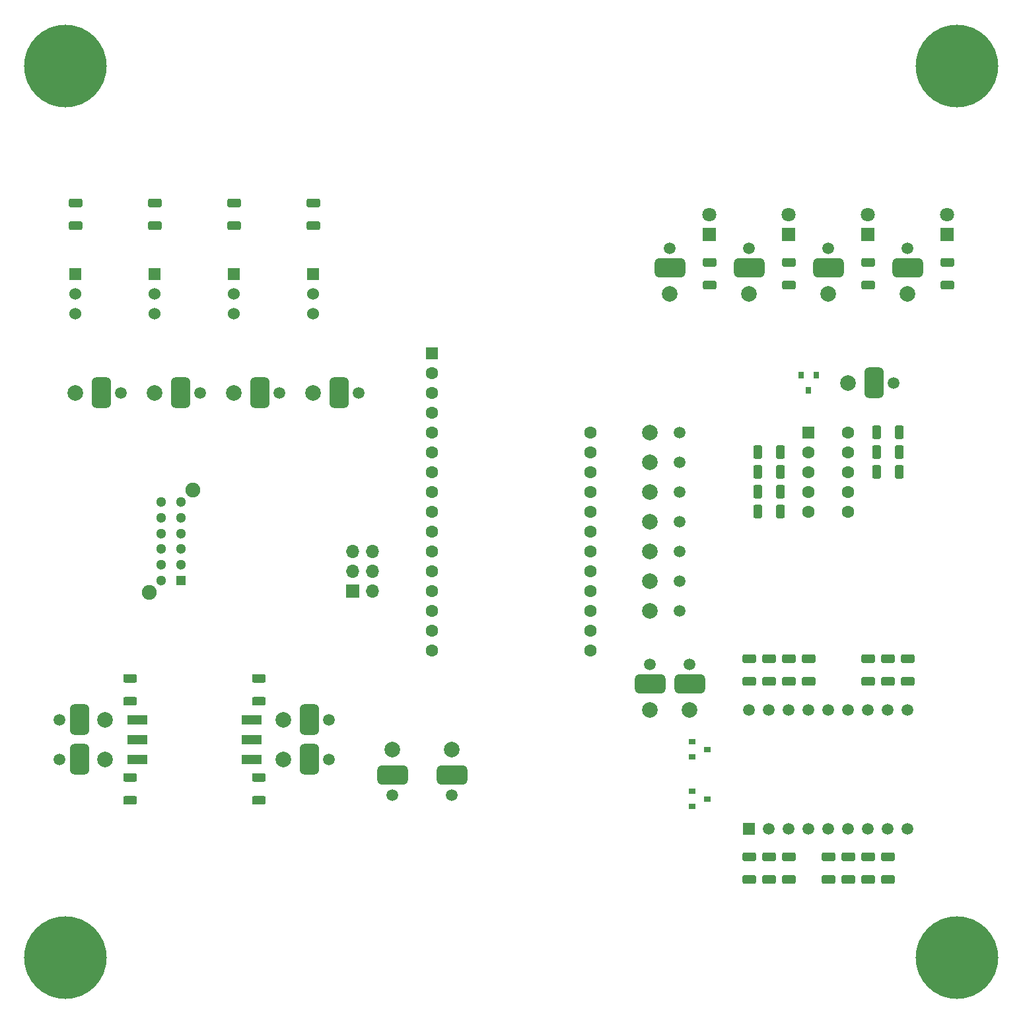
<source format=gbr>
%TF.GenerationSoftware,KiCad,Pcbnew,(5.1.10)-1*%
%TF.CreationDate,2022-03-27T12:35:49-04:00*%
%TF.ProjectId,M5TC-2022-U4BN,4d355443-2d32-4303-9232-2d5534424e2e,rev?*%
%TF.SameCoordinates,Original*%
%TF.FileFunction,Soldermask,Top*%
%TF.FilePolarity,Negative*%
%FSLAX46Y46*%
G04 Gerber Fmt 4.6, Leading zero omitted, Abs format (unit mm)*
G04 Created by KiCad (PCBNEW (5.1.10)-1) date 2022-03-27 12:35:49*
%MOMM*%
%LPD*%
G01*
G04 APERTURE LIST*
%ADD10C,1.600000*%
%ADD11R,1.600000X1.600000*%
%ADD12C,10.600000*%
%ADD13C,0.900000*%
%ADD14R,2.600000X1.200000*%
%ADD15R,1.700000X1.700000*%
%ADD16O,1.700000X1.700000*%
%ADD17R,0.800000X0.900000*%
%ADD18R,0.900000X0.800000*%
%ADD19R,1.500000X1.500000*%
%ADD20C,1.500000*%
%ADD21C,1.800000*%
%ADD22R,1.800000X1.800000*%
%ADD23R,1.300000X1.300000*%
%ADD24C,1.300000*%
%ADD25C,1.900000*%
%ADD26C,1.499997*%
%ADD27C,1.999996*%
%ADD28C,1.524000*%
%ADD29R,1.524000X1.524000*%
G04 APERTURE END LIST*
D10*
%TO.C,A1*%
X205740000Y-182880000D03*
X205740000Y-180340000D03*
X205740000Y-177800000D03*
X205740000Y-175260000D03*
X205740000Y-172720000D03*
X205740000Y-170180000D03*
X205740000Y-167640000D03*
X205740000Y-165100000D03*
X205740000Y-162560000D03*
X205740000Y-160020000D03*
X205740000Y-157480000D03*
X205740000Y-154940000D03*
X205740000Y-152400000D03*
X205740000Y-149860000D03*
X205740000Y-147320000D03*
D11*
X205740000Y-144780000D03*
D10*
X226060000Y-154940000D03*
X226060000Y-157480000D03*
X226060000Y-160020000D03*
X226060000Y-162560000D03*
X226060000Y-165100000D03*
X226060000Y-167640000D03*
X226060000Y-170180000D03*
X226060000Y-172720000D03*
X226060000Y-175260000D03*
X226060000Y-177800000D03*
X226060000Y-180340000D03*
X226060000Y-182880000D03*
%TD*%
D12*
%TO.C,H4*%
X158750000Y-107950000D03*
D13*
X162725000Y-107950000D03*
X161560749Y-110760749D03*
X158750000Y-111925000D03*
X155939251Y-110760749D03*
X154775000Y-107950000D03*
X155939251Y-105139251D03*
X158750000Y-103975000D03*
X161560749Y-105139251D03*
%TD*%
%TO.C,R1*%
G36*
G01*
X160645001Y-126100000D02*
X159394999Y-126100000D01*
G75*
G02*
X159145000Y-125850001I0J249999D01*
G01*
X159145000Y-125224999D01*
G75*
G02*
X159394999Y-124975000I249999J0D01*
G01*
X160645001Y-124975000D01*
G75*
G02*
X160895000Y-125224999I0J-249999D01*
G01*
X160895000Y-125850001D01*
G75*
G02*
X160645001Y-126100000I-249999J0D01*
G01*
G37*
G36*
G01*
X160645001Y-129025000D02*
X159394999Y-129025000D01*
G75*
G02*
X159145000Y-128775001I0J249999D01*
G01*
X159145000Y-128149999D01*
G75*
G02*
X159394999Y-127900000I249999J0D01*
G01*
X160645001Y-127900000D01*
G75*
G02*
X160895000Y-128149999I0J-249999D01*
G01*
X160895000Y-128775001D01*
G75*
G02*
X160645001Y-129025000I-249999J0D01*
G01*
G37*
%TD*%
%TO.C,R2*%
G36*
G01*
X170805001Y-129025000D02*
X169554999Y-129025000D01*
G75*
G02*
X169305000Y-128775001I0J249999D01*
G01*
X169305000Y-128149999D01*
G75*
G02*
X169554999Y-127900000I249999J0D01*
G01*
X170805001Y-127900000D01*
G75*
G02*
X171055000Y-128149999I0J-249999D01*
G01*
X171055000Y-128775001D01*
G75*
G02*
X170805001Y-129025000I-249999J0D01*
G01*
G37*
G36*
G01*
X170805001Y-126100000D02*
X169554999Y-126100000D01*
G75*
G02*
X169305000Y-125850001I0J249999D01*
G01*
X169305000Y-125224999D01*
G75*
G02*
X169554999Y-124975000I249999J0D01*
G01*
X170805001Y-124975000D01*
G75*
G02*
X171055000Y-125224999I0J-249999D01*
G01*
X171055000Y-125850001D01*
G75*
G02*
X170805001Y-126100000I-249999J0D01*
G01*
G37*
%TD*%
%TO.C,R3*%
G36*
G01*
X180965001Y-126100000D02*
X179714999Y-126100000D01*
G75*
G02*
X179465000Y-125850001I0J249999D01*
G01*
X179465000Y-125224999D01*
G75*
G02*
X179714999Y-124975000I249999J0D01*
G01*
X180965001Y-124975000D01*
G75*
G02*
X181215000Y-125224999I0J-249999D01*
G01*
X181215000Y-125850001D01*
G75*
G02*
X180965001Y-126100000I-249999J0D01*
G01*
G37*
G36*
G01*
X180965001Y-129025000D02*
X179714999Y-129025000D01*
G75*
G02*
X179465000Y-128775001I0J249999D01*
G01*
X179465000Y-128149999D01*
G75*
G02*
X179714999Y-127900000I249999J0D01*
G01*
X180965001Y-127900000D01*
G75*
G02*
X181215000Y-128149999I0J-249999D01*
G01*
X181215000Y-128775001D01*
G75*
G02*
X180965001Y-129025000I-249999J0D01*
G01*
G37*
%TD*%
%TO.C,R4*%
G36*
G01*
X191125001Y-129025000D02*
X189874999Y-129025000D01*
G75*
G02*
X189625000Y-128775001I0J249999D01*
G01*
X189625000Y-128149999D01*
G75*
G02*
X189874999Y-127900000I249999J0D01*
G01*
X191125001Y-127900000D01*
G75*
G02*
X191375000Y-128149999I0J-249999D01*
G01*
X191375000Y-128775001D01*
G75*
G02*
X191125001Y-129025000I-249999J0D01*
G01*
G37*
G36*
G01*
X191125001Y-126100000D02*
X189874999Y-126100000D01*
G75*
G02*
X189625000Y-125850001I0J249999D01*
G01*
X189625000Y-125224999D01*
G75*
G02*
X189874999Y-124975000I249999J0D01*
G01*
X191125001Y-124975000D01*
G75*
G02*
X191375000Y-125224999I0J-249999D01*
G01*
X191375000Y-125850001D01*
G75*
G02*
X191125001Y-126100000I-249999J0D01*
G01*
G37*
%TD*%
%TO.C,R5*%
G36*
G01*
X271154999Y-135520000D02*
X272405001Y-135520000D01*
G75*
G02*
X272655000Y-135769999I0J-249999D01*
G01*
X272655000Y-136395001D01*
G75*
G02*
X272405001Y-136645000I-249999J0D01*
G01*
X271154999Y-136645000D01*
G75*
G02*
X270905000Y-136395001I0J249999D01*
G01*
X270905000Y-135769999D01*
G75*
G02*
X271154999Y-135520000I249999J0D01*
G01*
G37*
G36*
G01*
X271154999Y-132595000D02*
X272405001Y-132595000D01*
G75*
G02*
X272655000Y-132844999I0J-249999D01*
G01*
X272655000Y-133470001D01*
G75*
G02*
X272405001Y-133720000I-249999J0D01*
G01*
X271154999Y-133720000D01*
G75*
G02*
X270905000Y-133470001I0J249999D01*
G01*
X270905000Y-132844999D01*
G75*
G02*
X271154999Y-132595000I249999J0D01*
G01*
G37*
%TD*%
%TO.C,R6*%
G36*
G01*
X260994999Y-132595000D02*
X262245001Y-132595000D01*
G75*
G02*
X262495000Y-132844999I0J-249999D01*
G01*
X262495000Y-133470001D01*
G75*
G02*
X262245001Y-133720000I-249999J0D01*
G01*
X260994999Y-133720000D01*
G75*
G02*
X260745000Y-133470001I0J249999D01*
G01*
X260745000Y-132844999D01*
G75*
G02*
X260994999Y-132595000I249999J0D01*
G01*
G37*
G36*
G01*
X260994999Y-135520000D02*
X262245001Y-135520000D01*
G75*
G02*
X262495000Y-135769999I0J-249999D01*
G01*
X262495000Y-136395001D01*
G75*
G02*
X262245001Y-136645000I-249999J0D01*
G01*
X260994999Y-136645000D01*
G75*
G02*
X260745000Y-136395001I0J249999D01*
G01*
X260745000Y-135769999D01*
G75*
G02*
X260994999Y-135520000I249999J0D01*
G01*
G37*
%TD*%
%TO.C,R7*%
G36*
G01*
X250834999Y-132595000D02*
X252085001Y-132595000D01*
G75*
G02*
X252335000Y-132844999I0J-249999D01*
G01*
X252335000Y-133470001D01*
G75*
G02*
X252085001Y-133720000I-249999J0D01*
G01*
X250834999Y-133720000D01*
G75*
G02*
X250585000Y-133470001I0J249999D01*
G01*
X250585000Y-132844999D01*
G75*
G02*
X250834999Y-132595000I249999J0D01*
G01*
G37*
G36*
G01*
X250834999Y-135520000D02*
X252085001Y-135520000D01*
G75*
G02*
X252335000Y-135769999I0J-249999D01*
G01*
X252335000Y-136395001D01*
G75*
G02*
X252085001Y-136645000I-249999J0D01*
G01*
X250834999Y-136645000D01*
G75*
G02*
X250585000Y-136395001I0J249999D01*
G01*
X250585000Y-135769999D01*
G75*
G02*
X250834999Y-135520000I249999J0D01*
G01*
G37*
%TD*%
%TO.C,R8*%
G36*
G01*
X240674999Y-135520000D02*
X241925001Y-135520000D01*
G75*
G02*
X242175000Y-135769999I0J-249999D01*
G01*
X242175000Y-136395001D01*
G75*
G02*
X241925001Y-136645000I-249999J0D01*
G01*
X240674999Y-136645000D01*
G75*
G02*
X240425000Y-136395001I0J249999D01*
G01*
X240425000Y-135769999D01*
G75*
G02*
X240674999Y-135520000I249999J0D01*
G01*
G37*
G36*
G01*
X240674999Y-132595000D02*
X241925001Y-132595000D01*
G75*
G02*
X242175000Y-132844999I0J-249999D01*
G01*
X242175000Y-133470001D01*
G75*
G02*
X241925001Y-133720000I-249999J0D01*
G01*
X240674999Y-133720000D01*
G75*
G02*
X240425000Y-133470001I0J249999D01*
G01*
X240425000Y-132844999D01*
G75*
G02*
X240674999Y-132595000I249999J0D01*
G01*
G37*
%TD*%
%TO.C,R9*%
G36*
G01*
X184140001Y-199760000D02*
X182889999Y-199760000D01*
G75*
G02*
X182640000Y-199510001I0J249999D01*
G01*
X182640000Y-198884999D01*
G75*
G02*
X182889999Y-198635000I249999J0D01*
G01*
X184140001Y-198635000D01*
G75*
G02*
X184390000Y-198884999I0J-249999D01*
G01*
X184390000Y-199510001D01*
G75*
G02*
X184140001Y-199760000I-249999J0D01*
G01*
G37*
G36*
G01*
X184140001Y-202685000D02*
X182889999Y-202685000D01*
G75*
G02*
X182640000Y-202435001I0J249999D01*
G01*
X182640000Y-201809999D01*
G75*
G02*
X182889999Y-201560000I249999J0D01*
G01*
X184140001Y-201560000D01*
G75*
G02*
X184390000Y-201809999I0J-249999D01*
G01*
X184390000Y-202435001D01*
G75*
G02*
X184140001Y-202685000I-249999J0D01*
G01*
G37*
%TD*%
%TO.C,R10*%
G36*
G01*
X166379999Y-185935000D02*
X167630001Y-185935000D01*
G75*
G02*
X167880000Y-186184999I0J-249999D01*
G01*
X167880000Y-186810001D01*
G75*
G02*
X167630001Y-187060000I-249999J0D01*
G01*
X166379999Y-187060000D01*
G75*
G02*
X166130000Y-186810001I0J249999D01*
G01*
X166130000Y-186184999D01*
G75*
G02*
X166379999Y-185935000I249999J0D01*
G01*
G37*
G36*
G01*
X166379999Y-188860000D02*
X167630001Y-188860000D01*
G75*
G02*
X167880000Y-189109999I0J-249999D01*
G01*
X167880000Y-189735001D01*
G75*
G02*
X167630001Y-189985000I-249999J0D01*
G01*
X166379999Y-189985000D01*
G75*
G02*
X166130000Y-189735001I0J249999D01*
G01*
X166130000Y-189109999D01*
G75*
G02*
X166379999Y-188860000I249999J0D01*
G01*
G37*
%TD*%
%TO.C,R11*%
G36*
G01*
X184140001Y-187060000D02*
X182889999Y-187060000D01*
G75*
G02*
X182640000Y-186810001I0J249999D01*
G01*
X182640000Y-186184999D01*
G75*
G02*
X182889999Y-185935000I249999J0D01*
G01*
X184140001Y-185935000D01*
G75*
G02*
X184390000Y-186184999I0J-249999D01*
G01*
X184390000Y-186810001D01*
G75*
G02*
X184140001Y-187060000I-249999J0D01*
G01*
G37*
G36*
G01*
X184140001Y-189985000D02*
X182889999Y-189985000D01*
G75*
G02*
X182640000Y-189735001I0J249999D01*
G01*
X182640000Y-189109999D01*
G75*
G02*
X182889999Y-188860000I249999J0D01*
G01*
X184140001Y-188860000D01*
G75*
G02*
X184390000Y-189109999I0J-249999D01*
G01*
X184390000Y-189735001D01*
G75*
G02*
X184140001Y-189985000I-249999J0D01*
G01*
G37*
%TD*%
%TO.C,R12*%
G36*
G01*
X167630001Y-202685000D02*
X166379999Y-202685000D01*
G75*
G02*
X166130000Y-202435001I0J249999D01*
G01*
X166130000Y-201809999D01*
G75*
G02*
X166379999Y-201560000I249999J0D01*
G01*
X167630001Y-201560000D01*
G75*
G02*
X167880000Y-201809999I0J-249999D01*
G01*
X167880000Y-202435001D01*
G75*
G02*
X167630001Y-202685000I-249999J0D01*
G01*
G37*
G36*
G01*
X167630001Y-199760000D02*
X166379999Y-199760000D01*
G75*
G02*
X166130000Y-199510001I0J249999D01*
G01*
X166130000Y-198884999D01*
G75*
G02*
X166379999Y-198635000I249999J0D01*
G01*
X167630001Y-198635000D01*
G75*
G02*
X167880000Y-198884999I0J-249999D01*
G01*
X167880000Y-199510001D01*
G75*
G02*
X167630001Y-199760000I-249999J0D01*
G01*
G37*
%TD*%
D12*
%TO.C,H1*%
X273050000Y-222250000D03*
D13*
X277025000Y-222250000D03*
X275860749Y-225060749D03*
X273050000Y-226225000D03*
X270239251Y-225060749D03*
X269075000Y-222250000D03*
X270239251Y-219439251D03*
X273050000Y-218275000D03*
X275860749Y-219439251D03*
%TD*%
%TO.C,H2*%
X275860749Y-105139251D03*
X273050000Y-103975000D03*
X270239251Y-105139251D03*
X269075000Y-107950000D03*
X270239251Y-110760749D03*
X273050000Y-111925000D03*
X275860749Y-110760749D03*
X277025000Y-107950000D03*
D12*
X273050000Y-107950000D03*
%TD*%
D13*
%TO.C,H3*%
X161560749Y-219439251D03*
X158750000Y-218275000D03*
X155939251Y-219439251D03*
X154775000Y-222250000D03*
X155939251Y-225060749D03*
X158750000Y-226225000D03*
X161560749Y-225060749D03*
X162725000Y-222250000D03*
D12*
X158750000Y-222250000D03*
%TD*%
D14*
%TO.C,SW5*%
X167960000Y-196850000D03*
X182560000Y-196850000D03*
X167960000Y-194310000D03*
X182560000Y-194310000D03*
X167960000Y-191770000D03*
X182560000Y-191770000D03*
%TD*%
D15*
%TO.C,J14*%
X195580000Y-175260000D03*
D16*
X198120000Y-175260000D03*
X195580000Y-172720000D03*
X198120000Y-172720000D03*
X195580000Y-170180000D03*
X198120000Y-170180000D03*
%TD*%
D17*
%TO.C,Q1*%
X254950000Y-147590000D03*
X253050000Y-147590000D03*
X254000000Y-149590000D03*
%TD*%
D18*
%TO.C,Q2*%
X241030000Y-195580000D03*
X239030000Y-196530000D03*
X239030000Y-194630000D03*
%TD*%
%TO.C,Q3*%
X239030000Y-200980000D03*
X239030000Y-202880000D03*
X241030000Y-201930000D03*
%TD*%
%TO.C,R13*%
G36*
G01*
X262135000Y-155565001D02*
X262135000Y-154314999D01*
G75*
G02*
X262384999Y-154065000I249999J0D01*
G01*
X263010001Y-154065000D01*
G75*
G02*
X263260000Y-154314999I0J-249999D01*
G01*
X263260000Y-155565001D01*
G75*
G02*
X263010001Y-155815000I-249999J0D01*
G01*
X262384999Y-155815000D01*
G75*
G02*
X262135000Y-155565001I0J249999D01*
G01*
G37*
G36*
G01*
X265060000Y-155565001D02*
X265060000Y-154314999D01*
G75*
G02*
X265309999Y-154065000I249999J0D01*
G01*
X265935001Y-154065000D01*
G75*
G02*
X266185000Y-154314999I0J-249999D01*
G01*
X266185000Y-155565001D01*
G75*
G02*
X265935001Y-155815000I-249999J0D01*
G01*
X265309999Y-155815000D01*
G75*
G02*
X265060000Y-155565001I0J249999D01*
G01*
G37*
%TD*%
%TO.C,R14*%
G36*
G01*
X265060000Y-158105001D02*
X265060000Y-156854999D01*
G75*
G02*
X265309999Y-156605000I249999J0D01*
G01*
X265935001Y-156605000D01*
G75*
G02*
X266185000Y-156854999I0J-249999D01*
G01*
X266185000Y-158105001D01*
G75*
G02*
X265935001Y-158355000I-249999J0D01*
G01*
X265309999Y-158355000D01*
G75*
G02*
X265060000Y-158105001I0J249999D01*
G01*
G37*
G36*
G01*
X262135000Y-158105001D02*
X262135000Y-156854999D01*
G75*
G02*
X262384999Y-156605000I249999J0D01*
G01*
X263010001Y-156605000D01*
G75*
G02*
X263260000Y-156854999I0J-249999D01*
G01*
X263260000Y-158105001D01*
G75*
G02*
X263010001Y-158355000I-249999J0D01*
G01*
X262384999Y-158355000D01*
G75*
G02*
X262135000Y-158105001I0J249999D01*
G01*
G37*
%TD*%
%TO.C,R15*%
G36*
G01*
X265060000Y-160645001D02*
X265060000Y-159394999D01*
G75*
G02*
X265309999Y-159145000I249999J0D01*
G01*
X265935001Y-159145000D01*
G75*
G02*
X266185000Y-159394999I0J-249999D01*
G01*
X266185000Y-160645001D01*
G75*
G02*
X265935001Y-160895000I-249999J0D01*
G01*
X265309999Y-160895000D01*
G75*
G02*
X265060000Y-160645001I0J249999D01*
G01*
G37*
G36*
G01*
X262135000Y-160645001D02*
X262135000Y-159394999D01*
G75*
G02*
X262384999Y-159145000I249999J0D01*
G01*
X263010001Y-159145000D01*
G75*
G02*
X263260000Y-159394999I0J-249999D01*
G01*
X263260000Y-160645001D01*
G75*
G02*
X263010001Y-160895000I-249999J0D01*
G01*
X262384999Y-160895000D01*
G75*
G02*
X262135000Y-160645001I0J249999D01*
G01*
G37*
%TD*%
%TO.C,R16*%
G36*
G01*
X250945000Y-164474999D02*
X250945000Y-165725001D01*
G75*
G02*
X250695001Y-165975000I-249999J0D01*
G01*
X250069999Y-165975000D01*
G75*
G02*
X249820000Y-165725001I0J249999D01*
G01*
X249820000Y-164474999D01*
G75*
G02*
X250069999Y-164225000I249999J0D01*
G01*
X250695001Y-164225000D01*
G75*
G02*
X250945000Y-164474999I0J-249999D01*
G01*
G37*
G36*
G01*
X248020000Y-164474999D02*
X248020000Y-165725001D01*
G75*
G02*
X247770001Y-165975000I-249999J0D01*
G01*
X247144999Y-165975000D01*
G75*
G02*
X246895000Y-165725001I0J249999D01*
G01*
X246895000Y-164474999D01*
G75*
G02*
X247144999Y-164225000I249999J0D01*
G01*
X247770001Y-164225000D01*
G75*
G02*
X248020000Y-164474999I0J-249999D01*
G01*
G37*
%TD*%
%TO.C,R17*%
G36*
G01*
X248020000Y-161934999D02*
X248020000Y-163185001D01*
G75*
G02*
X247770001Y-163435000I-249999J0D01*
G01*
X247144999Y-163435000D01*
G75*
G02*
X246895000Y-163185001I0J249999D01*
G01*
X246895000Y-161934999D01*
G75*
G02*
X247144999Y-161685000I249999J0D01*
G01*
X247770001Y-161685000D01*
G75*
G02*
X248020000Y-161934999I0J-249999D01*
G01*
G37*
G36*
G01*
X250945000Y-161934999D02*
X250945000Y-163185001D01*
G75*
G02*
X250695001Y-163435000I-249999J0D01*
G01*
X250069999Y-163435000D01*
G75*
G02*
X249820000Y-163185001I0J249999D01*
G01*
X249820000Y-161934999D01*
G75*
G02*
X250069999Y-161685000I249999J0D01*
G01*
X250695001Y-161685000D01*
G75*
G02*
X250945000Y-161934999I0J-249999D01*
G01*
G37*
%TD*%
%TO.C,R18*%
G36*
G01*
X250945000Y-156854999D02*
X250945000Y-158105001D01*
G75*
G02*
X250695001Y-158355000I-249999J0D01*
G01*
X250069999Y-158355000D01*
G75*
G02*
X249820000Y-158105001I0J249999D01*
G01*
X249820000Y-156854999D01*
G75*
G02*
X250069999Y-156605000I249999J0D01*
G01*
X250695001Y-156605000D01*
G75*
G02*
X250945000Y-156854999I0J-249999D01*
G01*
G37*
G36*
G01*
X248020000Y-156854999D02*
X248020000Y-158105001D01*
G75*
G02*
X247770001Y-158355000I-249999J0D01*
G01*
X247144999Y-158355000D01*
G75*
G02*
X246895000Y-158105001I0J249999D01*
G01*
X246895000Y-156854999D01*
G75*
G02*
X247144999Y-156605000I249999J0D01*
G01*
X247770001Y-156605000D01*
G75*
G02*
X248020000Y-156854999I0J-249999D01*
G01*
G37*
%TD*%
%TO.C,R19*%
G36*
G01*
X248020000Y-159394999D02*
X248020000Y-160645001D01*
G75*
G02*
X247770001Y-160895000I-249999J0D01*
G01*
X247144999Y-160895000D01*
G75*
G02*
X246895000Y-160645001I0J249999D01*
G01*
X246895000Y-159394999D01*
G75*
G02*
X247144999Y-159145000I249999J0D01*
G01*
X247770001Y-159145000D01*
G75*
G02*
X248020000Y-159394999I0J-249999D01*
G01*
G37*
G36*
G01*
X250945000Y-159394999D02*
X250945000Y-160645001D01*
G75*
G02*
X250695001Y-160895000I-249999J0D01*
G01*
X250069999Y-160895000D01*
G75*
G02*
X249820000Y-160645001I0J249999D01*
G01*
X249820000Y-159394999D01*
G75*
G02*
X250069999Y-159145000I249999J0D01*
G01*
X250695001Y-159145000D01*
G75*
G02*
X250945000Y-159394999I0J-249999D01*
G01*
G37*
%TD*%
%TO.C,R20*%
G36*
G01*
X252085001Y-187445000D02*
X250834999Y-187445000D01*
G75*
G02*
X250585000Y-187195001I0J249999D01*
G01*
X250585000Y-186569999D01*
G75*
G02*
X250834999Y-186320000I249999J0D01*
G01*
X252085001Y-186320000D01*
G75*
G02*
X252335000Y-186569999I0J-249999D01*
G01*
X252335000Y-187195001D01*
G75*
G02*
X252085001Y-187445000I-249999J0D01*
G01*
G37*
G36*
G01*
X252085001Y-184520000D02*
X250834999Y-184520000D01*
G75*
G02*
X250585000Y-184270001I0J249999D01*
G01*
X250585000Y-183644999D01*
G75*
G02*
X250834999Y-183395000I249999J0D01*
G01*
X252085001Y-183395000D01*
G75*
G02*
X252335000Y-183644999I0J-249999D01*
G01*
X252335000Y-184270001D01*
G75*
G02*
X252085001Y-184520000I-249999J0D01*
G01*
G37*
%TD*%
%TO.C,R21*%
G36*
G01*
X254625001Y-184520000D02*
X253374999Y-184520000D01*
G75*
G02*
X253125000Y-184270001I0J249999D01*
G01*
X253125000Y-183644999D01*
G75*
G02*
X253374999Y-183395000I249999J0D01*
G01*
X254625001Y-183395000D01*
G75*
G02*
X254875000Y-183644999I0J-249999D01*
G01*
X254875000Y-184270001D01*
G75*
G02*
X254625001Y-184520000I-249999J0D01*
G01*
G37*
G36*
G01*
X254625001Y-187445000D02*
X253374999Y-187445000D01*
G75*
G02*
X253125000Y-187195001I0J249999D01*
G01*
X253125000Y-186569999D01*
G75*
G02*
X253374999Y-186320000I249999J0D01*
G01*
X254625001Y-186320000D01*
G75*
G02*
X254875000Y-186569999I0J-249999D01*
G01*
X254875000Y-187195001D01*
G75*
G02*
X254625001Y-187445000I-249999J0D01*
G01*
G37*
%TD*%
%TO.C,R22*%
G36*
G01*
X250834999Y-208795000D02*
X252085001Y-208795000D01*
G75*
G02*
X252335000Y-209044999I0J-249999D01*
G01*
X252335000Y-209670001D01*
G75*
G02*
X252085001Y-209920000I-249999J0D01*
G01*
X250834999Y-209920000D01*
G75*
G02*
X250585000Y-209670001I0J249999D01*
G01*
X250585000Y-209044999D01*
G75*
G02*
X250834999Y-208795000I249999J0D01*
G01*
G37*
G36*
G01*
X250834999Y-211720000D02*
X252085001Y-211720000D01*
G75*
G02*
X252335000Y-211969999I0J-249999D01*
G01*
X252335000Y-212595001D01*
G75*
G02*
X252085001Y-212845000I-249999J0D01*
G01*
X250834999Y-212845000D01*
G75*
G02*
X250585000Y-212595001I0J249999D01*
G01*
X250585000Y-211969999D01*
G75*
G02*
X250834999Y-211720000I249999J0D01*
G01*
G37*
%TD*%
%TO.C,R23*%
G36*
G01*
X248294999Y-211720000D02*
X249545001Y-211720000D01*
G75*
G02*
X249795000Y-211969999I0J-249999D01*
G01*
X249795000Y-212595001D01*
G75*
G02*
X249545001Y-212845000I-249999J0D01*
G01*
X248294999Y-212845000D01*
G75*
G02*
X248045000Y-212595001I0J249999D01*
G01*
X248045000Y-211969999D01*
G75*
G02*
X248294999Y-211720000I249999J0D01*
G01*
G37*
G36*
G01*
X248294999Y-208795000D02*
X249545001Y-208795000D01*
G75*
G02*
X249795000Y-209044999I0J-249999D01*
G01*
X249795000Y-209670001D01*
G75*
G02*
X249545001Y-209920000I-249999J0D01*
G01*
X248294999Y-209920000D01*
G75*
G02*
X248045000Y-209670001I0J249999D01*
G01*
X248045000Y-209044999D01*
G75*
G02*
X248294999Y-208795000I249999J0D01*
G01*
G37*
%TD*%
%TO.C,R24*%
G36*
G01*
X245754999Y-208795000D02*
X247005001Y-208795000D01*
G75*
G02*
X247255000Y-209044999I0J-249999D01*
G01*
X247255000Y-209670001D01*
G75*
G02*
X247005001Y-209920000I-249999J0D01*
G01*
X245754999Y-209920000D01*
G75*
G02*
X245505000Y-209670001I0J249999D01*
G01*
X245505000Y-209044999D01*
G75*
G02*
X245754999Y-208795000I249999J0D01*
G01*
G37*
G36*
G01*
X245754999Y-211720000D02*
X247005001Y-211720000D01*
G75*
G02*
X247255000Y-211969999I0J-249999D01*
G01*
X247255000Y-212595001D01*
G75*
G02*
X247005001Y-212845000I-249999J0D01*
G01*
X245754999Y-212845000D01*
G75*
G02*
X245505000Y-212595001I0J249999D01*
G01*
X245505000Y-211969999D01*
G75*
G02*
X245754999Y-211720000I249999J0D01*
G01*
G37*
%TD*%
%TO.C,R25*%
G36*
G01*
X247005001Y-184520000D02*
X245754999Y-184520000D01*
G75*
G02*
X245505000Y-184270001I0J249999D01*
G01*
X245505000Y-183644999D01*
G75*
G02*
X245754999Y-183395000I249999J0D01*
G01*
X247005001Y-183395000D01*
G75*
G02*
X247255000Y-183644999I0J-249999D01*
G01*
X247255000Y-184270001D01*
G75*
G02*
X247005001Y-184520000I-249999J0D01*
G01*
G37*
G36*
G01*
X247005001Y-187445000D02*
X245754999Y-187445000D01*
G75*
G02*
X245505000Y-187195001I0J249999D01*
G01*
X245505000Y-186569999D01*
G75*
G02*
X245754999Y-186320000I249999J0D01*
G01*
X247005001Y-186320000D01*
G75*
G02*
X247255000Y-186569999I0J-249999D01*
G01*
X247255000Y-187195001D01*
G75*
G02*
X247005001Y-187445000I-249999J0D01*
G01*
G37*
%TD*%
%TO.C,R26*%
G36*
G01*
X249545001Y-187445000D02*
X248294999Y-187445000D01*
G75*
G02*
X248045000Y-187195001I0J249999D01*
G01*
X248045000Y-186569999D01*
G75*
G02*
X248294999Y-186320000I249999J0D01*
G01*
X249545001Y-186320000D01*
G75*
G02*
X249795000Y-186569999I0J-249999D01*
G01*
X249795000Y-187195001D01*
G75*
G02*
X249545001Y-187445000I-249999J0D01*
G01*
G37*
G36*
G01*
X249545001Y-184520000D02*
X248294999Y-184520000D01*
G75*
G02*
X248045000Y-184270001I0J249999D01*
G01*
X248045000Y-183644999D01*
G75*
G02*
X248294999Y-183395000I249999J0D01*
G01*
X249545001Y-183395000D01*
G75*
G02*
X249795000Y-183644999I0J-249999D01*
G01*
X249795000Y-184270001D01*
G75*
G02*
X249545001Y-184520000I-249999J0D01*
G01*
G37*
%TD*%
%TO.C,R27*%
G36*
G01*
X263534999Y-186320000D02*
X264785001Y-186320000D01*
G75*
G02*
X265035000Y-186569999I0J-249999D01*
G01*
X265035000Y-187195001D01*
G75*
G02*
X264785001Y-187445000I-249999J0D01*
G01*
X263534999Y-187445000D01*
G75*
G02*
X263285000Y-187195001I0J249999D01*
G01*
X263285000Y-186569999D01*
G75*
G02*
X263534999Y-186320000I249999J0D01*
G01*
G37*
G36*
G01*
X263534999Y-183395000D02*
X264785001Y-183395000D01*
G75*
G02*
X265035000Y-183644999I0J-249999D01*
G01*
X265035000Y-184270001D01*
G75*
G02*
X264785001Y-184520000I-249999J0D01*
G01*
X263534999Y-184520000D01*
G75*
G02*
X263285000Y-184270001I0J249999D01*
G01*
X263285000Y-183644999D01*
G75*
G02*
X263534999Y-183395000I249999J0D01*
G01*
G37*
%TD*%
%TO.C,R28*%
G36*
G01*
X266074999Y-183395000D02*
X267325001Y-183395000D01*
G75*
G02*
X267575000Y-183644999I0J-249999D01*
G01*
X267575000Y-184270001D01*
G75*
G02*
X267325001Y-184520000I-249999J0D01*
G01*
X266074999Y-184520000D01*
G75*
G02*
X265825000Y-184270001I0J249999D01*
G01*
X265825000Y-183644999D01*
G75*
G02*
X266074999Y-183395000I249999J0D01*
G01*
G37*
G36*
G01*
X266074999Y-186320000D02*
X267325001Y-186320000D01*
G75*
G02*
X267575000Y-186569999I0J-249999D01*
G01*
X267575000Y-187195001D01*
G75*
G02*
X267325001Y-187445000I-249999J0D01*
G01*
X266074999Y-187445000D01*
G75*
G02*
X265825000Y-187195001I0J249999D01*
G01*
X265825000Y-186569999D01*
G75*
G02*
X266074999Y-186320000I249999J0D01*
G01*
G37*
%TD*%
%TO.C,R29*%
G36*
G01*
X264785001Y-209920000D02*
X263534999Y-209920000D01*
G75*
G02*
X263285000Y-209670001I0J249999D01*
G01*
X263285000Y-209044999D01*
G75*
G02*
X263534999Y-208795000I249999J0D01*
G01*
X264785001Y-208795000D01*
G75*
G02*
X265035000Y-209044999I0J-249999D01*
G01*
X265035000Y-209670001D01*
G75*
G02*
X264785001Y-209920000I-249999J0D01*
G01*
G37*
G36*
G01*
X264785001Y-212845000D02*
X263534999Y-212845000D01*
G75*
G02*
X263285000Y-212595001I0J249999D01*
G01*
X263285000Y-211969999D01*
G75*
G02*
X263534999Y-211720000I249999J0D01*
G01*
X264785001Y-211720000D01*
G75*
G02*
X265035000Y-211969999I0J-249999D01*
G01*
X265035000Y-212595001D01*
G75*
G02*
X264785001Y-212845000I-249999J0D01*
G01*
G37*
%TD*%
%TO.C,R30*%
G36*
G01*
X259705001Y-212845000D02*
X258454999Y-212845000D01*
G75*
G02*
X258205000Y-212595001I0J249999D01*
G01*
X258205000Y-211969999D01*
G75*
G02*
X258454999Y-211720000I249999J0D01*
G01*
X259705001Y-211720000D01*
G75*
G02*
X259955000Y-211969999I0J-249999D01*
G01*
X259955000Y-212595001D01*
G75*
G02*
X259705001Y-212845000I-249999J0D01*
G01*
G37*
G36*
G01*
X259705001Y-209920000D02*
X258454999Y-209920000D01*
G75*
G02*
X258205000Y-209670001I0J249999D01*
G01*
X258205000Y-209044999D01*
G75*
G02*
X258454999Y-208795000I249999J0D01*
G01*
X259705001Y-208795000D01*
G75*
G02*
X259955000Y-209044999I0J-249999D01*
G01*
X259955000Y-209670001D01*
G75*
G02*
X259705001Y-209920000I-249999J0D01*
G01*
G37*
%TD*%
%TO.C,R31*%
G36*
G01*
X257165001Y-209920000D02*
X255914999Y-209920000D01*
G75*
G02*
X255665000Y-209670001I0J249999D01*
G01*
X255665000Y-209044999D01*
G75*
G02*
X255914999Y-208795000I249999J0D01*
G01*
X257165001Y-208795000D01*
G75*
G02*
X257415000Y-209044999I0J-249999D01*
G01*
X257415000Y-209670001D01*
G75*
G02*
X257165001Y-209920000I-249999J0D01*
G01*
G37*
G36*
G01*
X257165001Y-212845000D02*
X255914999Y-212845000D01*
G75*
G02*
X255665000Y-212595001I0J249999D01*
G01*
X255665000Y-211969999D01*
G75*
G02*
X255914999Y-211720000I249999J0D01*
G01*
X257165001Y-211720000D01*
G75*
G02*
X257415000Y-211969999I0J-249999D01*
G01*
X257415000Y-212595001D01*
G75*
G02*
X257165001Y-212845000I-249999J0D01*
G01*
G37*
%TD*%
%TO.C,R32*%
G36*
G01*
X260994999Y-183395000D02*
X262245001Y-183395000D01*
G75*
G02*
X262495000Y-183644999I0J-249999D01*
G01*
X262495000Y-184270001D01*
G75*
G02*
X262245001Y-184520000I-249999J0D01*
G01*
X260994999Y-184520000D01*
G75*
G02*
X260745000Y-184270001I0J249999D01*
G01*
X260745000Y-183644999D01*
G75*
G02*
X260994999Y-183395000I249999J0D01*
G01*
G37*
G36*
G01*
X260994999Y-186320000D02*
X262245001Y-186320000D01*
G75*
G02*
X262495000Y-186569999I0J-249999D01*
G01*
X262495000Y-187195001D01*
G75*
G02*
X262245001Y-187445000I-249999J0D01*
G01*
X260994999Y-187445000D01*
G75*
G02*
X260745000Y-187195001I0J249999D01*
G01*
X260745000Y-186569999D01*
G75*
G02*
X260994999Y-186320000I249999J0D01*
G01*
G37*
%TD*%
%TO.C,R33*%
G36*
G01*
X262245001Y-212845000D02*
X260994999Y-212845000D01*
G75*
G02*
X260745000Y-212595001I0J249999D01*
G01*
X260745000Y-211969999D01*
G75*
G02*
X260994999Y-211720000I249999J0D01*
G01*
X262245001Y-211720000D01*
G75*
G02*
X262495000Y-211969999I0J-249999D01*
G01*
X262495000Y-212595001D01*
G75*
G02*
X262245001Y-212845000I-249999J0D01*
G01*
G37*
G36*
G01*
X262245001Y-209920000D02*
X260994999Y-209920000D01*
G75*
G02*
X260745000Y-209670001I0J249999D01*
G01*
X260745000Y-209044999D01*
G75*
G02*
X260994999Y-208795000I249999J0D01*
G01*
X262245001Y-208795000D01*
G75*
G02*
X262495000Y-209044999I0J-249999D01*
G01*
X262495000Y-209670001D01*
G75*
G02*
X262245001Y-209920000I-249999J0D01*
G01*
G37*
%TD*%
D11*
%TO.C,U1*%
X254000000Y-154940000D03*
D10*
X254000000Y-157480000D03*
X254000000Y-160020000D03*
X254000000Y-162560000D03*
X254000000Y-165100000D03*
X259080000Y-165100000D03*
X259080000Y-162560000D03*
X259080000Y-160020000D03*
X259080000Y-157480000D03*
X259080000Y-154940000D03*
%TD*%
D19*
%TO.C,U2*%
X246380000Y-205740000D03*
D20*
X248920000Y-205740000D03*
X251460000Y-205740000D03*
X254000000Y-205740000D03*
X256540000Y-205740000D03*
X259080000Y-205740000D03*
X261620000Y-205740000D03*
X264160000Y-205740000D03*
X266700000Y-205740000D03*
X266700000Y-190500000D03*
X264160000Y-190500000D03*
X261620000Y-190500000D03*
X259080000Y-190500000D03*
X256540000Y-190500000D03*
X254000000Y-190500000D03*
X251460000Y-190500000D03*
X248920000Y-190500000D03*
X246380000Y-190500000D03*
%TD*%
D21*
%TO.C,D1*%
X271780000Y-127000000D03*
D22*
X271780000Y-129540000D03*
%TD*%
%TO.C,D2*%
X261620000Y-129540000D03*
D21*
X261620000Y-127000000D03*
%TD*%
D22*
%TO.C,D3*%
X251460000Y-129540000D03*
D21*
X251460000Y-127000000D03*
%TD*%
%TO.C,D4*%
X241300000Y-127000000D03*
D22*
X241300000Y-129540000D03*
%TD*%
D23*
%TO.C,SW6*%
X173510000Y-173910000D03*
D24*
X173510000Y-171910000D03*
X173510000Y-169910000D03*
X173510000Y-167910000D03*
X173510000Y-165910000D03*
X173510000Y-163910000D03*
X171010000Y-173910000D03*
X171010000Y-171910000D03*
X171010000Y-169910000D03*
X171010000Y-167910000D03*
X171010000Y-165910000D03*
X171010000Y-163910000D03*
D25*
X169460000Y-175510000D03*
X175060000Y-162310000D03*
%TD*%
D26*
%TO.C,TP1*%
X208280000Y-201422000D03*
G36*
G01*
X206905002Y-197632003D02*
X209654998Y-197632003D01*
G75*
G02*
X210279996Y-198257001I0J-624998D01*
G01*
X210279996Y-199506999D01*
G75*
G02*
X209654998Y-200131997I-624998J0D01*
G01*
X206905002Y-200131997D01*
G75*
G02*
X206280004Y-199506999I0J624998D01*
G01*
X206280004Y-198257001D01*
G75*
G02*
X206905002Y-197632003I624998J0D01*
G01*
G37*
D27*
X208280000Y-195580000D03*
%TD*%
%TO.C,TP2*%
X200660000Y-195580000D03*
G36*
G01*
X199285002Y-197632003D02*
X202034998Y-197632003D01*
G75*
G02*
X202659996Y-198257001I0J-624998D01*
G01*
X202659996Y-199506999D01*
G75*
G02*
X202034998Y-200131997I-624998J0D01*
G01*
X199285002Y-200131997D01*
G75*
G02*
X198660004Y-199506999I0J624998D01*
G01*
X198660004Y-198257001D01*
G75*
G02*
X199285002Y-197632003I624998J0D01*
G01*
G37*
D26*
X200660000Y-201422000D03*
%TD*%
%TO.C,TP3*%
X266700000Y-131318000D03*
G36*
G01*
X268074998Y-135107997D02*
X265325002Y-135107997D01*
G75*
G02*
X264700004Y-134482999I0J624998D01*
G01*
X264700004Y-133233001D01*
G75*
G02*
X265325002Y-132608003I624998J0D01*
G01*
X268074998Y-132608003D01*
G75*
G02*
X268699996Y-133233001I0J-624998D01*
G01*
X268699996Y-134482999D01*
G75*
G02*
X268074998Y-135107997I-624998J0D01*
G01*
G37*
D27*
X266700000Y-137160000D03*
%TD*%
%TO.C,TP4*%
X256540000Y-137160000D03*
G36*
G01*
X257914998Y-135107997D02*
X255165002Y-135107997D01*
G75*
G02*
X254540004Y-134482999I0J624998D01*
G01*
X254540004Y-133233001D01*
G75*
G02*
X255165002Y-132608003I624998J0D01*
G01*
X257914998Y-132608003D01*
G75*
G02*
X258539996Y-133233001I0J-624998D01*
G01*
X258539996Y-134482999D01*
G75*
G02*
X257914998Y-135107997I-624998J0D01*
G01*
G37*
D26*
X256540000Y-131318000D03*
%TD*%
%TO.C,TP5*%
X246380000Y-131318000D03*
G36*
G01*
X247754998Y-135107997D02*
X245005002Y-135107997D01*
G75*
G02*
X244380004Y-134482999I0J624998D01*
G01*
X244380004Y-133233001D01*
G75*
G02*
X245005002Y-132608003I624998J0D01*
G01*
X247754998Y-132608003D01*
G75*
G02*
X248379996Y-133233001I0J-624998D01*
G01*
X248379996Y-134482999D01*
G75*
G02*
X247754998Y-135107997I-624998J0D01*
G01*
G37*
D27*
X246380000Y-137160000D03*
%TD*%
%TO.C,TP6*%
X236220000Y-137160000D03*
G36*
G01*
X237594998Y-135107997D02*
X234845002Y-135107997D01*
G75*
G02*
X234220004Y-134482999I0J624998D01*
G01*
X234220004Y-133233001D01*
G75*
G02*
X234845002Y-132608003I624998J0D01*
G01*
X237594998Y-132608003D01*
G75*
G02*
X238219996Y-133233001I0J-624998D01*
G01*
X238219996Y-134482999D01*
G75*
G02*
X237594998Y-135107997I-624998J0D01*
G01*
G37*
D26*
X236220000Y-131318000D03*
%TD*%
D27*
%TO.C,TP7*%
X233680000Y-154940000D03*
D26*
X237490000Y-154940000D03*
%TD*%
%TO.C,TP8*%
X237490000Y-158750000D03*
D27*
X233680000Y-158750000D03*
%TD*%
%TO.C,TP9*%
X233680000Y-162560000D03*
D26*
X237490000Y-162560000D03*
%TD*%
%TO.C,TP10*%
X237490000Y-166370000D03*
D27*
X233680000Y-166370000D03*
%TD*%
%TO.C,TP11*%
X233680000Y-170180000D03*
D26*
X237490000Y-170180000D03*
%TD*%
%TO.C,TP12*%
X237490000Y-173990000D03*
D27*
X233680000Y-173990000D03*
%TD*%
%TO.C,TP13*%
X233680000Y-177800000D03*
D26*
X237490000Y-177800000D03*
%TD*%
D27*
%TO.C,TP14*%
X259080000Y-148590000D03*
G36*
G01*
X261132003Y-149964998D02*
X261132003Y-147215002D01*
G75*
G02*
X261757001Y-146590004I624998J0D01*
G01*
X263006999Y-146590004D01*
G75*
G02*
X263631997Y-147215002I0J-624998D01*
G01*
X263631997Y-149964998D01*
G75*
G02*
X263006999Y-150589996I-624998J0D01*
G01*
X261757001Y-150589996D01*
G75*
G02*
X261132003Y-149964998I0J624998D01*
G01*
G37*
D26*
X264922000Y-148590000D03*
%TD*%
%TO.C,TP15*%
X233680000Y-184658000D03*
G36*
G01*
X235054998Y-188447997D02*
X232305002Y-188447997D01*
G75*
G02*
X231680004Y-187822999I0J624998D01*
G01*
X231680004Y-186573001D01*
G75*
G02*
X232305002Y-185948003I624998J0D01*
G01*
X235054998Y-185948003D01*
G75*
G02*
X235679996Y-186573001I0J-624998D01*
G01*
X235679996Y-187822999D01*
G75*
G02*
X235054998Y-188447997I-624998J0D01*
G01*
G37*
D27*
X233680000Y-190500000D03*
%TD*%
%TO.C,TP16*%
X238760000Y-190500000D03*
G36*
G01*
X240134998Y-188447997D02*
X237385002Y-188447997D01*
G75*
G02*
X236760004Y-187822999I0J624998D01*
G01*
X236760004Y-186573001D01*
G75*
G02*
X237385002Y-185948003I624998J0D01*
G01*
X240134998Y-185948003D01*
G75*
G02*
X240759996Y-186573001I0J-624998D01*
G01*
X240759996Y-187822999D01*
G75*
G02*
X240134998Y-188447997I-624998J0D01*
G01*
G37*
D26*
X238760000Y-184658000D03*
%TD*%
%TO.C,TP17*%
X196342000Y-149860000D03*
G36*
G01*
X192552003Y-151234998D02*
X192552003Y-148485002D01*
G75*
G02*
X193177001Y-147860004I624998J0D01*
G01*
X194426999Y-147860004D01*
G75*
G02*
X195051997Y-148485002I0J-624998D01*
G01*
X195051997Y-151234998D01*
G75*
G02*
X194426999Y-151859996I-624998J0D01*
G01*
X193177001Y-151859996D01*
G75*
G02*
X192552003Y-151234998I0J624998D01*
G01*
G37*
D27*
X190500000Y-149860000D03*
%TD*%
%TO.C,TP18*%
X180340000Y-149860000D03*
G36*
G01*
X182392003Y-151234998D02*
X182392003Y-148485002D01*
G75*
G02*
X183017001Y-147860004I624998J0D01*
G01*
X184266999Y-147860004D01*
G75*
G02*
X184891997Y-148485002I0J-624998D01*
G01*
X184891997Y-151234998D01*
G75*
G02*
X184266999Y-151859996I-624998J0D01*
G01*
X183017001Y-151859996D01*
G75*
G02*
X182392003Y-151234998I0J624998D01*
G01*
G37*
D26*
X186182000Y-149860000D03*
%TD*%
%TO.C,TP19*%
X176022000Y-149860000D03*
G36*
G01*
X172232003Y-151234998D02*
X172232003Y-148485002D01*
G75*
G02*
X172857001Y-147860004I624998J0D01*
G01*
X174106999Y-147860004D01*
G75*
G02*
X174731997Y-148485002I0J-624998D01*
G01*
X174731997Y-151234998D01*
G75*
G02*
X174106999Y-151859996I-624998J0D01*
G01*
X172857001Y-151859996D01*
G75*
G02*
X172232003Y-151234998I0J624998D01*
G01*
G37*
D27*
X170180000Y-149860000D03*
%TD*%
%TO.C,TP20*%
X160020000Y-149860000D03*
G36*
G01*
X162072003Y-151234998D02*
X162072003Y-148485002D01*
G75*
G02*
X162697001Y-147860004I624998J0D01*
G01*
X163946999Y-147860004D01*
G75*
G02*
X164571997Y-148485002I0J-624998D01*
G01*
X164571997Y-151234998D01*
G75*
G02*
X163946999Y-151859996I-624998J0D01*
G01*
X162697001Y-151859996D01*
G75*
G02*
X162072003Y-151234998I0J624998D01*
G01*
G37*
D26*
X165862000Y-149860000D03*
%TD*%
%TO.C,TP21*%
X192532000Y-196850000D03*
G36*
G01*
X188742003Y-198224998D02*
X188742003Y-195475002D01*
G75*
G02*
X189367001Y-194850004I624998J0D01*
G01*
X190616999Y-194850004D01*
G75*
G02*
X191241997Y-195475002I0J-624998D01*
G01*
X191241997Y-198224998D01*
G75*
G02*
X190616999Y-198849996I-624998J0D01*
G01*
X189367001Y-198849996D01*
G75*
G02*
X188742003Y-198224998I0J624998D01*
G01*
G37*
D27*
X186690000Y-196850000D03*
%TD*%
%TO.C,TP22*%
X163830000Y-191770000D03*
G36*
G01*
X161777997Y-190395002D02*
X161777997Y-193144998D01*
G75*
G02*
X161152999Y-193769996I-624998J0D01*
G01*
X159903001Y-193769996D01*
G75*
G02*
X159278003Y-193144998I0J624998D01*
G01*
X159278003Y-190395002D01*
G75*
G02*
X159903001Y-189770004I624998J0D01*
G01*
X161152999Y-189770004D01*
G75*
G02*
X161777997Y-190395002I0J-624998D01*
G01*
G37*
D26*
X157988000Y-191770000D03*
%TD*%
%TO.C,TP23*%
X192532000Y-191770000D03*
G36*
G01*
X188742003Y-193144998D02*
X188742003Y-190395002D01*
G75*
G02*
X189367001Y-189770004I624998J0D01*
G01*
X190616999Y-189770004D01*
G75*
G02*
X191241997Y-190395002I0J-624998D01*
G01*
X191241997Y-193144998D01*
G75*
G02*
X190616999Y-193769996I-624998J0D01*
G01*
X189367001Y-193769996D01*
G75*
G02*
X188742003Y-193144998I0J624998D01*
G01*
G37*
D27*
X186690000Y-191770000D03*
%TD*%
%TO.C,TP24*%
X163830000Y-196850000D03*
G36*
G01*
X161777997Y-195475002D02*
X161777997Y-198224998D01*
G75*
G02*
X161152999Y-198849996I-624998J0D01*
G01*
X159903001Y-198849996D01*
G75*
G02*
X159278003Y-198224998I0J624998D01*
G01*
X159278003Y-195475002D01*
G75*
G02*
X159903001Y-194850004I624998J0D01*
G01*
X161152999Y-194850004D01*
G75*
G02*
X161777997Y-195475002I0J-624998D01*
G01*
G37*
D26*
X157988000Y-196850000D03*
%TD*%
D28*
%TO.C,SW1*%
X160020000Y-139700000D03*
X160020000Y-137160000D03*
D29*
X160020000Y-134620000D03*
%TD*%
%TO.C,SW2*%
X170180000Y-134620000D03*
D28*
X170180000Y-137160000D03*
X170180000Y-139700000D03*
%TD*%
%TO.C,SW3*%
X180340000Y-139700000D03*
X180340000Y-137160000D03*
D29*
X180340000Y-134620000D03*
%TD*%
%TO.C,SW4*%
X190500000Y-134620000D03*
D28*
X190500000Y-137160000D03*
X190500000Y-139700000D03*
%TD*%
M02*

</source>
